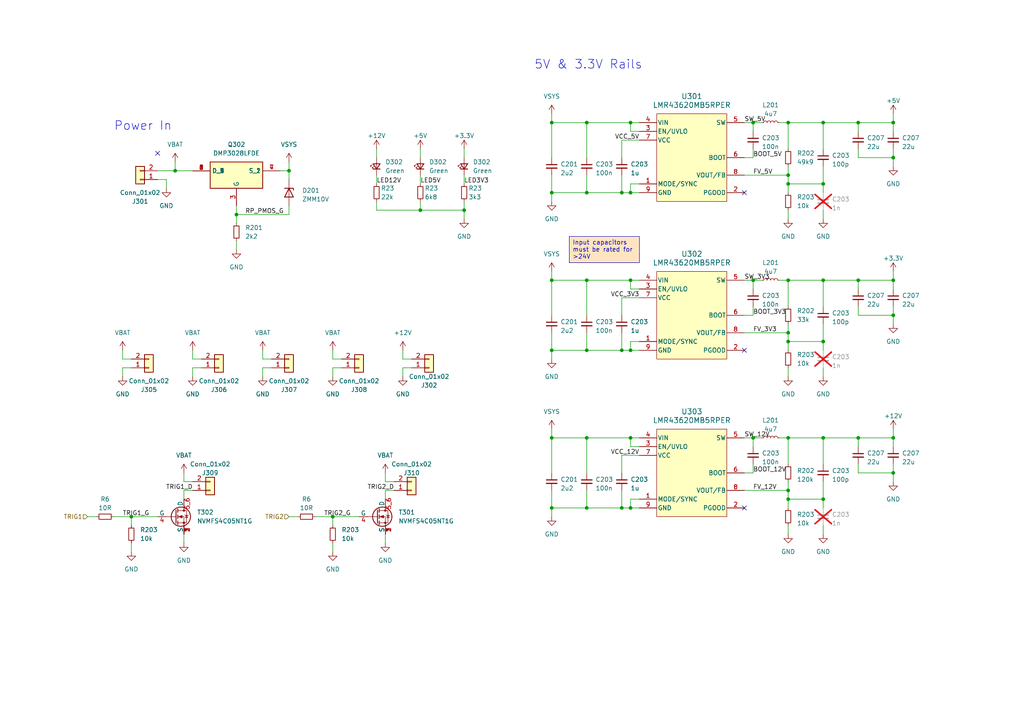
<source format=kicad_sch>
(kicad_sch (version 20230121) (generator eeschema)
  (paper "A4")
  (junction (at 218.44 81.28))
  (junction (at 50.8 49.53))
  (junction (at 228.6 81.28))
  (junction (at 228.6 144.78))
  (junction (at 182.88 127))
  (junction (at 160.02 81.28))
  (junction (at 228.6 35.56))
  (junction (at 259.08 81.28))
  (junction (at 238.76 35.56))
  (junction (at 160.02 101.6))
  (junction (at 182.88 101.6))
  (junction (at 218.44 127))
  (junction (at 228.6 50.8))
  (junction (at 160.02 147.32))
  (junction (at 170.18 127))
  (junction (at 248.92 81.28))
  (junction (at 134.62 60.96))
  (junction (at 180.34 55.88))
  (junction (at 259.08 45.72))
  (junction (at 259.08 91.44))
  (junction (at 170.18 101.6))
  (junction (at 228.6 99.06))
  (junction (at 182.88 35.56))
  (junction (at 83.82 49.53))
  (junction (at 160.02 127))
  (junction (at 248.92 127))
  (junction (at 160.02 55.88))
  (junction (at 218.44 35.56))
  (junction (at 238.76 81.28))
  (junction (at 259.08 127))
  (junction (at 228.6 53.34))
  (junction (at 238.76 99.06))
  (junction (at 170.18 81.28))
  (junction (at 68.58 62.23))
  (junction (at 121.92 60.96))
  (junction (at 182.88 147.32))
  (junction (at 228.6 127))
  (junction (at 182.88 81.28))
  (junction (at 238.76 144.78))
  (junction (at 182.88 55.88))
  (junction (at 38.1 149.86))
  (junction (at 228.6 96.52))
  (junction (at 248.92 35.56))
  (junction (at 170.18 147.32))
  (junction (at 238.76 53.34))
  (junction (at 170.18 55.88))
  (junction (at 259.08 35.56))
  (junction (at 180.34 147.32))
  (junction (at 96.52 149.86))
  (junction (at 259.08 137.16))
  (junction (at 170.18 35.56))
  (junction (at 238.76 127))
  (junction (at 160.02 35.56))
  (junction (at 228.6 142.24))
  (junction (at 180.34 101.6))
  (no_connect (at 45.72 44.45))
  (no_connect (at 215.9 101.6))
  (no_connect (at 215.9 147.32))
  (no_connect (at 215.9 55.88))
  (wire (pts (xy 248.92 91.44) (xy 259.08 91.44)))
  (wire (pts (xy 83.82 62.23) (xy 68.58 62.23)))
  (wire (pts (xy 160.02 33.02) (xy 160.02 35.56)))
  (wire (pts (xy 25.4 149.86) (xy 27.94 149.86)))
  (wire (pts (xy 121.92 43.18) (xy 121.92 45.72)))
  (wire (pts (xy 109.22 43.18) (xy 109.22 45.72)))
  (wire (pts (xy 83.82 149.86) (xy 86.36 149.86)))
  (wire (pts (xy 228.6 106.68) (xy 228.6 109.22)))
  (wire (pts (xy 218.44 81.28) (xy 220.98 81.28)))
  (wire (pts (xy 121.92 50.8) (xy 121.92 53.34)))
  (wire (pts (xy 182.88 55.88) (xy 185.42 55.88)))
  (wire (pts (xy 248.92 35.56) (xy 259.08 35.56)))
  (wire (pts (xy 182.88 144.78) (xy 185.42 144.78)))
  (wire (pts (xy 160.02 101.6) (xy 170.18 101.6)))
  (wire (pts (xy 238.76 60.96) (xy 238.76 63.5)))
  (wire (pts (xy 259.08 88.9) (xy 259.08 91.44)))
  (wire (pts (xy 180.34 96.52) (xy 180.34 101.6)))
  (wire (pts (xy 109.22 60.96) (xy 109.22 58.42)))
  (wire (pts (xy 78.74 106.68) (xy 76.2 106.68)))
  (wire (pts (xy 182.88 147.32) (xy 185.42 147.32)))
  (wire (pts (xy 134.62 43.18) (xy 134.62 45.72)))
  (wire (pts (xy 259.08 38.1) (xy 259.08 35.56)))
  (wire (pts (xy 215.9 50.8) (xy 228.6 50.8)))
  (wire (pts (xy 78.74 104.14) (xy 76.2 104.14)))
  (wire (pts (xy 218.44 35.56) (xy 220.98 35.56)))
  (wire (pts (xy 259.08 124.46) (xy 259.08 127)))
  (wire (pts (xy 215.9 142.24) (xy 228.6 142.24)))
  (wire (pts (xy 228.6 127) (xy 228.6 134.62)))
  (wire (pts (xy 218.44 88.9) (xy 218.44 91.44)))
  (wire (pts (xy 248.92 81.28) (xy 259.08 81.28)))
  (wire (pts (xy 218.44 38.1) (xy 218.44 35.56)))
  (wire (pts (xy 35.56 104.14) (xy 35.56 101.6)))
  (wire (pts (xy 182.88 81.28) (xy 182.88 83.82)))
  (wire (pts (xy 119.38 104.14) (xy 116.84 104.14)))
  (wire (pts (xy 160.02 127) (xy 170.18 127)))
  (wire (pts (xy 55.88 139.7) (xy 53.34 139.7)))
  (wire (pts (xy 180.34 86.36) (xy 185.42 86.36)))
  (wire (pts (xy 121.92 60.96) (xy 134.62 60.96)))
  (wire (pts (xy 238.76 81.28) (xy 248.92 81.28)))
  (wire (pts (xy 160.02 78.74) (xy 160.02 81.28)))
  (wire (pts (xy 170.18 50.8) (xy 170.18 55.88)))
  (wire (pts (xy 248.92 83.82) (xy 248.92 81.28)))
  (wire (pts (xy 50.8 49.53) (xy 55.88 49.53)))
  (wire (pts (xy 91.44 149.86) (xy 96.52 149.86)))
  (wire (pts (xy 182.88 35.56) (xy 182.88 38.1)))
  (wire (pts (xy 180.34 45.72) (xy 180.34 40.64)))
  (wire (pts (xy 180.34 40.64) (xy 185.42 40.64)))
  (wire (pts (xy 228.6 139.7) (xy 228.6 142.24)))
  (wire (pts (xy 238.76 144.78) (xy 238.76 147.32)))
  (wire (pts (xy 160.02 45.72) (xy 160.02 35.56)))
  (wire (pts (xy 35.56 109.22) (xy 35.56 106.68)))
  (wire (pts (xy 182.88 35.56) (xy 185.42 35.56)))
  (wire (pts (xy 228.6 35.56) (xy 238.76 35.56)))
  (wire (pts (xy 218.44 45.72) (xy 215.9 45.72)))
  (wire (pts (xy 170.18 35.56) (xy 182.88 35.56)))
  (wire (pts (xy 226.06 35.56) (xy 228.6 35.56)))
  (wire (pts (xy 218.44 83.82) (xy 218.44 81.28)))
  (wire (pts (xy 170.18 137.16) (xy 170.18 127)))
  (wire (pts (xy 58.42 106.68) (xy 55.88 106.68)))
  (wire (pts (xy 248.92 88.9) (xy 248.92 91.44)))
  (wire (pts (xy 259.08 78.74) (xy 259.08 81.28)))
  (wire (pts (xy 160.02 50.8) (xy 160.02 55.88)))
  (wire (pts (xy 121.92 60.96) (xy 109.22 60.96)))
  (wire (pts (xy 182.88 144.78) (xy 182.88 147.32)))
  (wire (pts (xy 38.1 104.14) (xy 35.56 104.14)))
  (wire (pts (xy 185.42 129.54) (xy 182.88 129.54)))
  (wire (pts (xy 228.6 96.52) (xy 228.6 99.06)))
  (wire (pts (xy 218.44 127) (xy 220.98 127)))
  (wire (pts (xy 259.08 134.62) (xy 259.08 137.16)))
  (wire (pts (xy 38.1 106.68) (xy 35.56 106.68)))
  (wire (pts (xy 160.02 35.56) (xy 170.18 35.56)))
  (wire (pts (xy 96.52 109.22) (xy 96.52 106.68)))
  (wire (pts (xy 228.6 93.98) (xy 228.6 96.52)))
  (wire (pts (xy 180.34 147.32) (xy 182.88 147.32)))
  (wire (pts (xy 160.02 55.88) (xy 170.18 55.88)))
  (wire (pts (xy 248.92 134.62) (xy 248.92 137.16)))
  (wire (pts (xy 182.88 127) (xy 185.42 127)))
  (wire (pts (xy 119.38 106.68) (xy 116.84 106.68)))
  (wire (pts (xy 218.44 91.44) (xy 215.9 91.44)))
  (wire (pts (xy 83.82 52.07) (xy 83.82 49.53)))
  (wire (pts (xy 114.3 139.7) (xy 111.76 139.7)))
  (wire (pts (xy 259.08 43.18) (xy 259.08 45.72)))
  (wire (pts (xy 180.34 101.6) (xy 182.88 101.6)))
  (wire (pts (xy 248.92 43.18) (xy 248.92 45.72)))
  (wire (pts (xy 228.6 81.28) (xy 238.76 81.28)))
  (wire (pts (xy 238.76 53.34) (xy 238.76 55.88)))
  (wire (pts (xy 228.6 50.8) (xy 228.6 53.34)))
  (wire (pts (xy 76.2 104.14) (xy 76.2 101.6)))
  (wire (pts (xy 238.76 99.06) (xy 238.76 101.6)))
  (wire (pts (xy 215.9 81.28) (xy 218.44 81.28)))
  (wire (pts (xy 99.06 104.14) (xy 96.52 104.14)))
  (wire (pts (xy 83.82 59.69) (xy 83.82 62.23)))
  (wire (pts (xy 182.88 127) (xy 182.88 129.54)))
  (wire (pts (xy 170.18 142.24) (xy 170.18 147.32)))
  (wire (pts (xy 228.6 144.78) (xy 228.6 142.24)))
  (wire (pts (xy 215.9 35.56) (xy 218.44 35.56)))
  (wire (pts (xy 48.26 54.61) (xy 48.26 52.07)))
  (wire (pts (xy 185.42 83.82) (xy 182.88 83.82)))
  (wire (pts (xy 228.6 99.06) (xy 228.6 101.6)))
  (wire (pts (xy 180.34 50.8) (xy 180.34 55.88)))
  (wire (pts (xy 50.8 46.99) (xy 50.8 49.53)))
  (wire (pts (xy 228.6 127) (xy 238.76 127)))
  (wire (pts (xy 228.6 81.28) (xy 228.6 88.9)))
  (wire (pts (xy 55.88 104.14) (xy 55.88 101.6)))
  (wire (pts (xy 160.02 101.6) (xy 160.02 104.14)))
  (wire (pts (xy 111.76 142.24) (xy 114.3 142.24)))
  (wire (pts (xy 238.76 139.7) (xy 238.76 144.78)))
  (wire (pts (xy 182.88 99.06) (xy 182.88 101.6)))
  (wire (pts (xy 228.6 144.78) (xy 238.76 144.78)))
  (wire (pts (xy 218.44 43.18) (xy 218.44 45.72)))
  (wire (pts (xy 68.58 69.85) (xy 68.58 72.39)))
  (wire (pts (xy 248.92 129.54) (xy 248.92 127)))
  (wire (pts (xy 53.34 142.24) (xy 55.88 142.24)))
  (wire (pts (xy 116.84 104.14) (xy 116.84 101.6)))
  (wire (pts (xy 228.6 60.96) (xy 228.6 63.5)))
  (wire (pts (xy 182.88 53.34) (xy 182.88 55.88)))
  (wire (pts (xy 180.34 142.24) (xy 180.34 147.32)))
  (wire (pts (xy 218.44 137.16) (xy 215.9 137.16)))
  (wire (pts (xy 259.08 91.44) (xy 259.08 93.98)))
  (wire (pts (xy 96.52 104.14) (xy 96.52 101.6)))
  (wire (pts (xy 180.34 137.16) (xy 180.34 132.08)))
  (wire (pts (xy 248.92 38.1) (xy 248.92 35.56)))
  (wire (pts (xy 134.62 58.42) (xy 134.62 60.96)))
  (wire (pts (xy 182.88 53.34) (xy 185.42 53.34)))
  (wire (pts (xy 160.02 142.24) (xy 160.02 147.32)))
  (wire (pts (xy 226.06 127) (xy 228.6 127)))
  (wire (pts (xy 116.84 109.22) (xy 116.84 106.68)))
  (wire (pts (xy 160.02 137.16) (xy 160.02 127)))
  (wire (pts (xy 160.02 91.44) (xy 160.02 81.28)))
  (wire (pts (xy 45.72 52.07) (xy 48.26 52.07)))
  (wire (pts (xy 228.6 152.4) (xy 228.6 154.94)))
  (wire (pts (xy 228.6 53.34) (xy 238.76 53.34)))
  (wire (pts (xy 238.76 106.68) (xy 238.76 109.22)))
  (wire (pts (xy 134.62 50.8) (xy 134.62 53.34)))
  (wire (pts (xy 218.44 129.54) (xy 218.44 127)))
  (wire (pts (xy 68.58 62.23) (xy 68.58 64.77)))
  (wire (pts (xy 38.1 160.02) (xy 38.1 157.48)))
  (wire (pts (xy 248.92 127) (xy 259.08 127)))
  (wire (pts (xy 170.18 127) (xy 182.88 127)))
  (wire (pts (xy 170.18 81.28) (xy 182.88 81.28)))
  (wire (pts (xy 170.18 45.72) (xy 170.18 35.56)))
  (wire (pts (xy 259.08 33.02) (xy 259.08 35.56)))
  (wire (pts (xy 83.82 49.53) (xy 81.28 49.53)))
  (wire (pts (xy 238.76 127) (xy 238.76 134.62)))
  (wire (pts (xy 96.52 160.02) (xy 96.52 157.48)))
  (wire (pts (xy 180.34 91.44) (xy 180.34 86.36)))
  (wire (pts (xy 218.44 134.62) (xy 218.44 137.16)))
  (wire (pts (xy 238.76 81.28) (xy 238.76 88.9)))
  (wire (pts (xy 259.08 83.82) (xy 259.08 81.28)))
  (wire (pts (xy 160.02 96.52) (xy 160.02 101.6)))
  (wire (pts (xy 182.88 99.06) (xy 185.42 99.06)))
  (wire (pts (xy 160.02 55.88) (xy 160.02 58.42)))
  (wire (pts (xy 248.92 137.16) (xy 259.08 137.16)))
  (wire (pts (xy 38.1 149.86) (xy 45.72 149.86)))
  (wire (pts (xy 259.08 45.72) (xy 259.08 48.26)))
  (wire (pts (xy 76.2 109.22) (xy 76.2 106.68)))
  (wire (pts (xy 228.6 99.06) (xy 238.76 99.06)))
  (wire (pts (xy 121.92 58.42) (xy 121.92 60.96)))
  (wire (pts (xy 259.08 137.16) (xy 259.08 139.7)))
  (wire (pts (xy 170.18 101.6) (xy 180.34 101.6)))
  (wire (pts (xy 53.34 154.94) (xy 53.34 157.48)))
  (wire (pts (xy 259.08 129.54) (xy 259.08 127)))
  (wire (pts (xy 170.18 91.44) (xy 170.18 81.28)))
  (wire (pts (xy 228.6 35.56) (xy 228.6 43.18)))
  (wire (pts (xy 180.34 55.88) (xy 182.88 55.88)))
  (wire (pts (xy 238.76 35.56) (xy 238.76 43.18)))
  (wire (pts (xy 38.1 149.86) (xy 38.1 152.4)))
  (wire (pts (xy 160.02 124.46) (xy 160.02 127)))
  (wire (pts (xy 238.76 93.98) (xy 238.76 99.06)))
  (wire (pts (xy 109.22 50.8) (xy 109.22 53.34)))
  (wire (pts (xy 248.92 45.72) (xy 259.08 45.72)))
  (wire (pts (xy 96.52 149.86) (xy 96.52 152.4)))
  (wire (pts (xy 45.72 49.53) (xy 50.8 49.53)))
  (wire (pts (xy 99.06 106.68) (xy 96.52 106.68)))
  (wire (pts (xy 215.9 96.52) (xy 228.6 96.52)))
  (wire (pts (xy 111.76 154.94) (xy 111.76 157.48)))
  (wire (pts (xy 180.34 132.08) (xy 185.42 132.08)))
  (wire (pts (xy 58.42 104.14) (xy 55.88 104.14)))
  (wire (pts (xy 182.88 81.28) (xy 185.42 81.28)))
  (wire (pts (xy 228.6 53.34) (xy 228.6 55.88)))
  (wire (pts (xy 111.76 144.78) (xy 111.76 142.24)))
  (wire (pts (xy 238.76 152.4) (xy 238.76 154.94)))
  (wire (pts (xy 33.02 149.86) (xy 38.1 149.86)))
  (wire (pts (xy 68.58 59.69) (xy 68.58 62.23)))
  (wire (pts (xy 228.6 48.26) (xy 228.6 50.8)))
  (wire (pts (xy 228.6 144.78) (xy 228.6 147.32)))
  (wire (pts (xy 185.42 38.1) (xy 182.88 38.1)))
  (wire (pts (xy 238.76 48.26) (xy 238.76 53.34)))
  (wire (pts (xy 238.76 127) (xy 248.92 127)))
  (wire (pts (xy 83.82 46.99) (xy 83.82 49.53)))
  (wire (pts (xy 134.62 60.96) (xy 134.62 63.5)))
  (wire (pts (xy 53.34 144.78) (xy 53.34 142.24)))
  (wire (pts (xy 170.18 96.52) (xy 170.18 101.6)))
  (wire (pts (xy 226.06 81.28) (xy 228.6 81.28)))
  (wire (pts (xy 160.02 147.32) (xy 160.02 149.86)))
  (wire (pts (xy 182.88 101.6) (xy 185.42 101.6)))
  (wire (pts (xy 160.02 147.32) (xy 170.18 147.32)))
  (wire (pts (xy 238.76 35.56) (xy 248.92 35.56)))
  (wire (pts (xy 170.18 147.32) (xy 180.34 147.32)))
  (wire (pts (xy 96.52 149.86) (xy 104.14 149.86)))
  (wire (pts (xy 170.18 55.88) (xy 180.34 55.88)))
  (wire (pts (xy 55.88 109.22) (xy 55.88 106.68)))
  (wire (pts (xy 160.02 81.28) (xy 170.18 81.28)))
  (wire (pts (xy 111.76 139.7) (xy 111.76 137.16)))
  (wire (pts (xy 53.34 139.7) (xy 53.34 137.16)))
  (wire (pts (xy 215.9 127) (xy 218.44 127)))
  (text_box "Input capacitors must be rated for >24V" (at 165.1 68.58 0) (size 20.32 7.62) (fill (type color) (color 255 229 191 1)) (effects (font (size 1.27 1.27)) (justify left top)))
  (text "Power In" (at 33.02 38.1 0) (effects (font (size 2.54 2.54)) (justify left bottom)))
  (text "5V & 3.3V Rails" (at 154.94 20.32 0) (effects (font (size 2.54 2.54)) (justify left bottom)))
  (label "FV_12V" (at 218.44 142.24 0))
  (label "TRIG2_G" (at 93.98 149.86 0))
  (label "BOOT_5V" (at 218.44 45.72 0))
  (label "VCC_3V3" (at 185.42 86.36 180))
  (label "VCC_5V" (at 185.42 40.64 180))
  (label "BOOT_12V" (at 218.44 137.16 0))
  (label "TRIG1_G" (at 35.56 149.86 0))
  (label "VCC_12V" (at 185.42 132.08 180))
  (label "TRIG1_D" (at 55.88 142.24 180))
  (label "TRIG2_D" (at 114.3 142.24 180))
  (label "SW_12V" (at 215.9 127 0))
  (label "SW_3V3" (at 215.9 81.28 0))
  (label "LED3V3" (at 134.62 53.34 0))
  (label "FV_5V" (at 218.44 50.8 0))
  (label "LED5V" (at 121.92 53.34 0))
  (label "LED12V" (at 109.22 53.34 0))
  (label "RP_PMOS_G" (at 71.12 62.23 0))
  (label "FV_3V3" (at 218.44 96.52 0))
  (label "SW_5V" (at 215.9 35.56 0))
  (label "BOOT_3V3" (at 218.44 91.44 0))
  (hierarchical_label "TRIG2" (shape input) (at 83.82 149.86 180))
  (hierarchical_label "TRIG1" (shape input) (at 25.4 149.86 180))
  (symbol (lib_id "Connector_Generic:Conn_01x02") (at 83.82 106.68 0) (mirror x) (unit 1)
    (property "Reference" "J307" (at 83.82 113.03 0))
    (property "Value" "Conn_01x02" (at 83.82 110.49 0))
    (property "Footprint" "Connector_AMASS:AMASS_XT30U-F_1x02_P5.0mm_Vertical" (effects hide))
  )
  (symbol (lib_id "power:GND") (at 238.76 63.5 0) (unit 1)
    (property "Reference" "#PWR0207" (effects hide))
    (property "Value" "GND" (at 238.76 68.58 0))
    (instances (project "Motor Driver Board" (path "" (reference "#PWR0207") (unit 1))) (project "main_PCB_v1" (path "" (reference "#PWR0316") (unit 1))) (project "101 PCB" (path "" (reference "#PWR0168") (unit 1))))
  )
  (symbol (lib_id "power:GND") (at 259.08 139.7 0) (unit 1)
    (property "Reference" "#PWR0207" (effects hide))
    (property "Value" "GND" (at 259.08 144.78 0))
    (instances (project "Motor Driver Board" (path "" (reference "#PWR0207") (unit 1))) (project "main_PCB_v1" (path "" (reference "#PWR0308") (unit 1))) (project "101 PCB" (path "" (reference "#PWR0168") (unit 1))))
  )
  (symbol (lib_id "SSL_Symbols:VBAT") (at 35.56 101.6 0) (unit 1)
    (property "Reference" "#PWR0314" (effects hide))
    (property "Value" "VBAT" (at 35.56 96.52 0))
  )
  (symbol (lib_id "Device:R_Small") (at 228.6 137.16 0) (unit 1)
    (property "Reference" "R202" (at 231.14 136.525 0) (effects (justify left)))
    (property "Value" "120k" (at 231.14 139.065 0) (effects (justify left)))
    (property "Footprint" "Resistor_SMD:R_0402_1005Metric" (effects hide))
    (instances (project "Motor Driver Board" (path "" (reference "R202") (unit 1))) (project "main_PCB_v1" (path "" (reference "R301") (unit 1))) (project "Power Board" (path "" (reference "R215") (unit 1))) (project "101 PCB" (path "" (reference "R101") (unit 1))))
  )
  (symbol (lib_id "Connector_Generic:Conn_01x02") (at 124.46 106.68 0) (mirror x) (unit 1)
    (property "Reference" "J302" (at 124.46 111.76 0))
    (property "Value" "Conn_01x02" (at 124.46 109.22 0))
    (property "Footprint" "Connector_AMASS:AMASS_XT30U-F_1x02_P5.0mm_Vertical" (effects hide))
  )
  (symbol (lib_id "power:GND") (at 96.52 160.02 0) (mirror y) (unit 1)
    (property "Reference" "#PWR072" (effects hide))
    (property "Value" "GND" (at 96.52 165.1 0))
    (instances (project "DE10-lite_shield" (path "" (reference "#PWR072") (unit 1)) (path "" (reference "#PWR072") (unit 1))) (project "Motor Driver Board" (path "" (reference "#PWR0209") (unit 1))) (project "main_PCB_v1" (path "" (reference "#PWR0108") (unit 1)) (path "" (reference "#PWR0346") (unit 1))) (project "Power Board" (path "" (reference "#PWR037") (unit 1))))
  )
  (symbol (lib_id "power:+3.3V") (at 134.62 43.18 0) (unit 1)
    (property "Reference" "#PWR0221" (effects hide))
    (property "Value" "+3.3V" (at 134.62 39.37 0))
    (instances (project "Motor Driver Board" (path "" (reference "#PWR0221") (unit 1))) (project "main_PCB_v1" (path "" (reference "#PWR0319") (unit 1))) (project "Power Board" (path "" (reference "#PWR0251") (unit 1))) (project "101 PCB" (path "" (reference "#PWR0114") (unit 1))))
  )
  (symbol (lib_id "Device:C_Small") (at 170.18 48.26 0) (unit 1)
    (property "Reference" "C203" (at 172.72 47.6313 0) (effects (justify left)))
    (property "Value" "100n" (at 172.72 50.1713 0) (effects (justify left)))
    (property "Footprint" "Capacitor_SMD:C_0402_1005Metric" (effects hide))
    (instances (project "Motor Driver Board" (path "" (reference "C203") (unit 1))) (project "main_PCB_v1" (path "" (reference "C321") (unit 1))) (project "Power Board" (path "" (reference "C208") (unit 1))) (project "101 PCB" (path "" (reference "C102") (unit 1))))
  )
  (symbol (lib_id "Connector_Generic:Conn_01x02") (at 60.96 142.24 0) (mirror x) (unit 1)
    (property "Reference" "J309" (at 60.96 137.16 0))
    (property "Value" "Conn_01x02" (at 60.96 134.62 0))
    (property "Footprint" "Connector_AMASS:AMASS_XT30U-F_1x02_P5.0mm_Vertical" (effects hide))
  )
  (symbol (lib_id "power:GND") (at 238.76 154.94 0) (unit 1)
    (property "Reference" "#PWR0207" (effects hide))
    (property "Value" "GND" (at 238.76 160.02 0))
    (instances (project "Motor Driver Board" (path "" (reference "#PWR0207") (unit 1))) (project "main_PCB_v1" (path "" (reference "#PWR0310") (unit 1))) (project "101 PCB" (path "" (reference "#PWR0168") (unit 1))))
  )
  (symbol (lib_id "power:GND") (at 55.88 109.22 0) (mirror y) (unit 1)
    (property "Reference" "#PWR072" (effects hide))
    (property "Value" "GND" (at 55.88 114.3 0))
    (instances (project "DE10-lite_shield" (path "" (reference "#PWR072") (unit 1)) (path "" (reference "#PWR072") (unit 1))) (project "Motor Driver Board" (path "" (reference "#PWR0204") (unit 1))) (project "main_PCB_v1" (path "" (reference "#PWR0106") (unit 1)) (path "" (reference "#PWR0327") (unit 1))) (project "Power Board" (path "" (reference "#PWR037") (unit 1))))
  )
  (symbol (lib_id "power:+12V") (at 116.84 101.6 0) (unit 1)
    (property "Reference" "#PWR0309" (effects hide))
    (property "Value" "+12V" (at 116.84 96.52 0))
  )
  (symbol (lib_id "power:GND") (at 160.02 149.86 0) (unit 1)
    (property "Reference" "#PWR0207" (effects hide))
    (property "Value" "GND" (at 160.02 154.94 0))
    (instances (project "Motor Driver Board" (path "" (reference "#PWR0207") (unit 1))) (project "main_PCB_v1" (path "" (reference "#PWR0305") (unit 1))) (project "101 PCB" (path "" (reference "#PWR0168") (unit 1))))
  )
  (symbol (lib_id "SSL_Symbols:VBAT") (at 53.34 137.16 0) (unit 1)
    (property "Reference" "#PWR0313" (effects hide))
    (property "Value" "VBAT" (at 53.34 132.08 0))
  )
  (symbol (lib_id "Connector_Generic:Conn_01x02") (at 63.5 106.68 0) (mirror x) (unit 1)
    (property "Reference" "J306" (at 63.5 113.03 0))
    (property "Value" "Conn_01x02" (at 63.5 110.49 0))
    (property "Footprint" "Connector_AMASS:AMASS_XT30U-F_1x02_P5.0mm_Vertical" (effects hide))
  )
  (symbol (lib_id "Device:C_Small") (at 238.76 104.14 0) (unit 1) (dnp yes)
    (property "Reference" "C203" (at 241.3 103.5113 0) (effects (justify left)))
    (property "Value" "1n" (at 241.3 106.0513 0) (effects (justify left)))
    (property "Footprint" "Capacitor_SMD:C_0402_1005Metric" (effects hide))
    (instances (project "Motor Driver Board" (path "" (reference "C203") (unit 1))) (project "main_PCB_v1" (path "" (reference "C323") (unit 1))) (project "Power Board" (path "" (reference "C208") (unit 1))) (project "101 PCB" (path "" (reference "C102") (unit 1))))
  )
  (symbol (lib_id "Device:C_Small") (at 218.44 132.08 0) (unit 1)
    (property "Reference" "C203" (at 220.98 131.4513 0) (effects (justify left)))
    (property "Value" "100n" (at 220.98 133.9913 0) (effects (justify left)))
    (property "Footprint" "Capacitor_SMD:C_0402_1005Metric" (effects hide))
    (instances (project "Motor Driver Board" (path "" (reference "C203") (unit 1))) (project "main_PCB_v1" (path "" (reference "C304") (unit 1))) (project "Power Board" (path "" (reference "C208") (unit 1))) (project "101 PCB" (path "" (reference "C102") (unit 1))))
  )
  (symbol (lib_id "Device:R_Small") (at 228.6 58.42 0) (unit 1)
    (property "Reference" "R203" (at 231.14 57.15 0) (effects (justify left)))
    (property "Value" "10k" (at 231.14 59.69 0) (effects (justify left)))
    (property "Footprint" "Resistor_SMD:R_0402_1005Metric" (effects hide))
    (instances (project "Motor Driver Board" (path "" (reference "R203") (unit 1))) (project "main_PCB_v1" (path "" (reference "R309") (unit 1))) (project "Power Board" (path "" (reference "R216") (unit 1))) (project "101 PCB" (path "" (reference "R102") (unit 1))))
  )
  (symbol (lib_id "Connector_Generic:Conn_01x02") (at 104.14 106.68 0) (mirror x) (unit 1)
    (property "Reference" "J308" (at 104.14 113.03 0))
    (property "Value" "Conn_01x02" (at 104.14 110.49 0))
    (property "Footprint" "Connector_AMASS:AMASS_XT30U-F_1x02_P5.0mm_Vertical" (effects hide))
  )
  (symbol (lib_id "Device:C_Small") (at 259.08 86.36 0) (unit 1)
    (property "Reference" "C207" (at 261.62 85.7313 0) (effects (justify left)))
    (property "Value" "22u" (at 261.62 88.2713 0) (effects (justify left)))
    (property "Footprint" "Capacitor_SMD:C_0603_1608Metric" (effects hide))
    (instances (project "Motor Driver Board" (path "" (reference "C207") (unit 1))) (project "main_PCB_v1" (path "" (reference "C320") (unit 1))) (project "Power Board" (path "" (reference "C215") (unit 1))) (project "101 PCB" (path "" (reference "C103") (unit 1))))
  )
  (symbol (lib_id "Device:L_Small") (at 223.52 35.56 90) (unit 1)
    (property "Reference" "L201" (at 223.52 30.48 90))
    (property "Value" "4u7" (at 223.52 33.02 90))
    (property "Footprint" "Inductor_SMD:L_Chilisin_BMRA00040420" (effects hide))
    (instances (project "Motor Driver Board" (path "" (reference "L201") (unit 1))) (project "main_PCB_v1" (path "" (reference "L305") (unit 1))) (project "Power Board" (path "" (reference "L201") (unit 1))) (project "101 PCB" (path "" (reference "L101") (unit 1))))
  )
  (symbol (lib_id "power:+5V") (at 121.92 43.18 0) (unit 1)
    (property "Reference" "#PWR0219" (effects hide))
    (property "Value" "+5V" (at 121.92 39.37 0))
    (instances (project "Motor Driver Board" (path "" (reference "#PWR0219") (unit 1))) (project "main_PCB_v1" (path "" (reference "#PWR0318") (unit 1))) (project "Power Board" (path "" (reference "#PWR0248") (unit 1))) (project "101 PCB" (path "" (reference "#PWR0118") (unit 1))))
  )
  (symbol (lib_id "Connector_Generic:Conn_01x02") (at 40.64 52.07 180) (unit 1)
    (property "Reference" "J301" (at 40.64 58.42 0))
    (property "Value" "Conn_01x02" (at 40.64 55.88 0))
    (property "Footprint" "Connector_AMASS:AMASS_XT60-M_1x02_P7.20mm_Vertical" (effects hide))
  )
  (symbol (lib_id "power:GND") (at 160.02 104.14 0) (unit 1)
    (property "Reference" "#PWR0207" (effects hide))
    (property "Value" "GND" (at 160.02 109.22 0))
    (instances (project "Motor Driver Board" (path "" (reference "#PWR0207") (unit 1))) (project "main_PCB_v1" (path "" (reference "#PWR0338") (unit 1))) (project "101 PCB" (path "" (reference "#PWR0168") (unit 1))))
  )
  (symbol (lib_id "Device:LED_Small") (at 134.62 48.26 90) (unit 1)
    (property "Reference" "D302" (at 137.16 46.99 90) (effects (justify right)))
    (property "Value" "Green" (at 137.16 49.53 90) (effects (justify right)))
    (property "Footprint" "LED_SMD:LED_0603_1608Metric" (effects hide))
    (instances (project "Motor Driver Board" (path "" (reference "D302") (unit 1))) (project "main_PCB_v1" (path "" (reference "D203") (unit 1)) (path "" (reference "D402") (unit 1)) (path "" (reference "D304") (unit 1))))
  )
  (symbol (lib_id "Device:C_Small") (at 180.34 139.7 0) (unit 1)
    (property "Reference" "C203" (at 182.88 139.0713 0) (effects (justify left)))
    (property "Value" "1u" (at 182.88 141.6113 0) (effects (justify left)))
    (property "Footprint" "Capacitor_SMD:C_0402_1005Metric" (effects hide))
    (instances (project "Motor Driver Board" (path "" (reference "C203") (unit 1))) (project "main_PCB_v1" (path "" (reference "C303") (unit 1))) (project "Power Board" (path "" (reference "C208") (unit 1))) (project "101 PCB" (path "" (reference "C102") (unit 1))))
  )
  (symbol (lib_id "power:GND") (at 76.2 109.22 0) (mirror y) (unit 1)
    (property "Reference" "#PWR072" (effects hide))
    (property "Value" "GND" (at 76.2 114.3 0))
    (instances (project "DE10-lite_shield" (path "" (reference "#PWR072") (unit 1)) (path "" (reference "#PWR072") (unit 1))) (project "Motor Driver Board" (path "" (reference "#PWR0209") (unit 1))) (project "main_PCB_v1" (path "" (reference "#PWR0108") (unit 1)) (path "" (reference "#PWR0329") (unit 1))) (project "Power Board" (path "" (reference "#PWR037") (unit 1))))
  )
  (symbol (lib_id "SSL_Symbols:VSYS") (at 83.82 46.99 0) (unit 1)
    (property "Reference" "#PWR0208" (effects hide))
    (property "Value" "VSYS" (at 83.82 41.91 0))
    (instances (project "main_PCB_v1" (path "" (reference "#PWR0208") (unit 1)) (path "" (reference "#PWR0303") (unit 1))))
  )
  (symbol (lib_id "Device:C_Small") (at 248.92 132.08 0) (unit 1)
    (property "Reference" "C207" (at 251.46 131.4513 0) (effects (justify left)))
    (property "Value" "22u" (at 251.46 133.9913 0) (effects (justify left)))
    (property "Footprint" "Capacitor_SMD:C_0603_1608Metric" (effects hide))
    (instances (project "Motor Driver Board" (path "" (reference "C207") (unit 1))) (project "main_PCB_v1" (path "" (reference "C305") (unit 1))) (project "Power Board" (path "" (reference "C215") (unit 1))) (project "101 PCB" (path "" (reference "C103") (unit 1))))
  )
  (symbol (lib_id "power:GND") (at 96.52 109.22 0) (mirror y) (unit 1)
    (property "Reference" "#PWR072" (effects hide))
    (property "Value" "GND" (at 96.52 114.3 0))
    (instances (project "DE10-lite_shield" (path "" (reference "#PWR072") (unit 1)) (path "" (reference "#PWR072") (unit 1))) (project "Motor Driver Board" (path "" (reference "#PWR0209") (unit 1))) (project "main_PCB_v1" (path "" (reference "#PWR0108") (unit 1)) (path "" (reference "#PWR0331") (unit 1))) (project "Power Board" (path "" (reference "#PWR037") (unit 1))))
  )
  (symbol (lib_name "NVMFS4C05NT1G_1") (lib_id "SSL_Symbols:NVMFS4C05NT1G") (at 53.34 149.86 0) (unit 1)
    (property "Reference" "T302" (at 57.15 148.59 0) (effects (justify left)))
    (property "Value" "NVMFS4C05NT1G" (at 57.15 151.13 0) (effects (justify left)))
    (property "Footprint" "SSL Footprints:TRANS_NVMFS5834NLWFT1G" (effects hide))
  )
  (symbol (lib_id "Device:R_Small") (at 68.58 67.31 0) (unit 1)
    (property "Reference" "R201" (at 71.12 66.04 0) (effects (justify left)))
    (property "Value" "2k2" (at 71.12 68.58 0) (effects (justify left)))
    (property "Footprint" "Resistor_SMD:R_0402_1005Metric" (effects hide))
    (instances (project "Motor Driver Board" (path "" (reference "R201") (unit 1))) (project "main_PCB_v1" (path "" (reference "R307") (unit 1))) (project "101 PCB" (path "" (reference "R108") (unit 1))))
  )
  (symbol (lib_id "Device:C_Small") (at 218.44 40.64 0) (unit 1)
    (property "Reference" "C203" (at 220.98 40.0113 0) (effects (justify left)))
    (property "Value" "100n" (at 220.98 42.5513 0) (effects (justify left)))
    (property "Footprint" "Capacitor_SMD:C_0402_1005Metric" (effects hide))
    (instances (project "Motor Driver Board" (path "" (reference "C203") (unit 1))) (project "main_PCB_v1" (path "" (reference "C312") (unit 1))) (project "Power Board" (path "" (reference "C208") (unit 1))) (project "101 PCB" (path "" (reference "C102") (unit 1))))
  )
  (symbol (lib_id "power:GND") (at 48.26 54.61 0) (unit 1)
    (property "Reference" "#PWR0205" (effects hide))
    (property "Value" "GND" (at 48.26 59.69 0))
    (instances (project "Motor Driver Board" (path "" (reference "#PWR0205") (unit 1))) (project "main_PCB_v1" (path "" (reference "#PWR0323") (unit 1))))
  )
  (symbol (lib_id "DMP3028LFDE-7:DMP3028LFDE") (at 68.58 50.8 0) (unit 1)
    (property "Reference" "Q302" (at 68.58 41.91 0))
    (property "Value" "DMP3028LFDE" (at 68.58 44.45 0))
    (property "Footprint" "SSL Footprints:DMP2066UFDE7" (effects hide))
    (property "Datasheet" "https://www.diodes.com/assets/Datasheets/DMP3028LFDE.pdf" (effects hide))
    (property "Manufacturer_Name" "Diodes Inc." (effects hide))
    (property "Manufacturer_Part_Number" "DMP3028LFDE-7" (effects hide))
    (property "Mouser Part Number" "621-DMP3028LFDE-7" (effects hide))
    (property "Mouser Price/Stock" "https://www.mouser.co.uk/ProductDetail/Diodes-Incorporated/DMP3028LFDE-7?qs=wo71MgyKIyE%2FG8iDJwxqKA%3D%3D" (effects hide))
    (property "Arrow Part Number" "DMP3028LFDE-7" (effects hide))
    (property "Arrow Price/Stock" "https://www.arrow.com/en/products/dmp3028lfde-7/diodes-incorporated?region=nac" (effects hide))
  )
  (symbol (lib_id "Device:R_Small") (at 228.6 149.86 0) (unit 1)
    (property "Reference" "R203" (at 231.14 149.225 0) (effects (justify left)))
    (property "Value" "10k" (at 231.14 151.765 0) (effects (justify left)))
    (property "Footprint" "Resistor_SMD:R_0402_1005Metric" (effects hide))
    (instances (project "Motor Driver Board" (path "" (reference "R203") (unit 1))) (project "main_PCB_v1" (path "" (reference "R302") (unit 1))) (project "Power Board" (path "" (reference "R216") (unit 1))) (project "101 PCB" (path "" (reference "R102") (unit 1))))
  )
  (symbol (lib_id "Device:R_Small") (at 88.9 149.86 270) (mirror x) (unit 1)
    (property "Reference" "R6" (at 88.9 144.78 90))
    (property "Value" "10R" (at 88.9 147.32 90))
    (property "Footprint" "Resistor_SMD:R_0402_1005Metric" (effects hide))
    (instances (project "DE10-lite_shield" (path "" (reference "R6") (unit 1)) (path "" (reference "R6") (unit 1)) (path "" (reference "R14") (unit 1)) (path "" (reference "R32") (unit 1))) (project "Motor Driver Board" (path "" (reference "R309") (unit 1))) (project "main_PCB_v1" (path "" (reference "R201") (unit 1)) (path "" (reference "R414") (unit 1)) (path "" (reference "R313") (unit 1))) (project "Power Board" (path "" (reference "R24") (unit 1))))
  )
  (symbol (lib_id "Diode:ZMMxx") (at 83.82 55.88 270) (unit 1)
    (property "Reference" "D201" (at 87.63 55.245 90) (effects (justify left)))
    (property "Value" "ZMM10V" (at 87.63 57.785 90) (effects (justify left)))
    (property "Footprint" "Diode_SMD:D_MiniMELF" (effects hide))
    (property "Datasheet" "https://diotec.com/tl_files/diotec/files/pdf/datasheets/zmm1.pdf" (effects hide))
    (instances (project "Motor Driver Board" (path "" (reference "D201") (unit 1))) (project "main_PCB_v1" (path "" (reference "D303") (unit 1))) (project "101 PCB" (path "" (reference "D104") (unit 1))))
  )
  (symbol (lib_id "power:+5V") (at 259.08 33.02 0) (unit 1)
    (property "Reference" "#PWR0219" (effects hide))
    (property "Value" "+5V" (at 259.08 29.21 0))
    (instances (project "Motor Driver Board" (path "" (reference "#PWR0219") (unit 1))) (project "main_PCB_v1" (path "" (reference "#PWR0335") (unit 1))) (project "Power Board" (path "" (reference "#PWR0248") (unit 1))) (project "101 PCB" (path "" (reference "#PWR0118") (unit 1))))
  )
  (symbol (lib_id "SSL_Symbols:VSYS") (at 160.02 78.74 0) (unit 1)
    (property "Reference" "#PWR0208" (effects hide))
    (property "Value" "VSYS" (at 160.02 73.66 0))
    (instances (project "main_PCB_v1" (path "" (reference "#PWR0208") (unit 1)) (path "" (reference "#PWR0301") (unit 1))))
  )
  (symbol (lib_id "LMR43620MB5RPER:LMR43620MB5RPER") (at 200.66 45.72 0) (unit 1)
    (property "Reference" "U301" (at 200.66 27.94 0) (effects (font (size 1.524 1.524))))
    (property "Value" "LMR43620MB5RPER" (at 200.66 30.48 0) (effects (font (size 1.524 1.524))))
    (property "Footprint" "SSL Footprints:LMR43620MB5RPER_TEX" (effects hide))
    (property "Datasheet" "https://www.ti.com/lit/ds/symlink/lmr43610.pdf?ts=1706463320089&ref_url=https%253A%252F%252Fwww.mouser.co.uk%252F" (effects hide))
  )
  (symbol (lib_id "Device:C_Small") (at 238.76 137.16 0) (unit 1)
    (property "Reference" "C203" (at 241.3 136.5313 0) (effects (justify left)))
    (property "Value" "100p" (at 241.3 139.0713 0) (effects (justify left)))
    (property "Footprint" "Capacitor_SMD:C_0402_1005Metric" (effects hide))
    (instances (project "Motor Driver Board" (path "" (reference "C203") (unit 1))) (project "main_PCB_v1" (path "" (reference "C307") (unit 1))) (project "Power Board" (path "" (reference "C208") (unit 1))) (project "101 PCB" (path "" (reference "C102") (unit 1))))
  )
  (symbol (lib_id "Device:C_Small") (at 259.08 132.08 0) (unit 1)
    (property "Reference" "C207" (at 261.62 131.4513 0) (effects (justify left)))
    (property "Value" "22u" (at 261.62 133.9913 0) (effects (justify left)))
    (property "Footprint" "Capacitor_SMD:C_0603_1608Metric" (effects hide))
    (instances (project "Motor Driver Board" (path "" (reference "C207") (unit 1))) (project "main_PCB_v1" (path "" (reference "C306") (unit 1))) (project "Power Board" (path "" (reference "C215") (unit 1))) (project "101 PCB" (path "" (reference "C103") (unit 1))))
  )
  (symbol (lib_id "Device:C_Small") (at 238.76 91.44 0) (unit 1)
    (property "Reference" "C203" (at 241.3 90.8113 0) (effects (justify left)))
    (property "Value" "100p" (at 241.3 93.3513 0) (effects (justify left)))
    (property "Footprint" "Capacitor_SMD:C_0402_1005Metric" (effects hide))
    (instances (project "Motor Driver Board" (path "" (reference "C203") (unit 1))) (project "main_PCB_v1" (path "" (reference "C308") (unit 1))) (project "Power Board" (path "" (reference "C208") (unit 1))) (project "101 PCB" (path "" (reference "C102") (unit 1))))
  )
  (symbol (lib_id "Connector_Generic:Conn_01x02") (at 119.38 142.24 0) (mirror x) (unit 1)
    (property "Reference" "J310" (at 119.38 137.16 0))
    (property "Value" "Conn_01x02" (at 119.38 134.62 0))
    (property "Footprint" "Connector_AMASS:AMASS_XT30U-F_1x02_P5.0mm_Vertical" (effects hide))
  )
  (symbol (lib_id "Device:C_Small") (at 180.34 48.26 0) (unit 1)
    (property "Reference" "C203" (at 182.88 47.6313 0) (effects (justify left)))
    (property "Value" "1u" (at 182.88 50.1713 0) (effects (justify left)))
    (property "Footprint" "Capacitor_SMD:C_0402_1005Metric" (effects hide))
    (instances (project "Motor Driver Board" (path "" (reference "C203") (unit 1))) (project "main_PCB_v1" (path "" (reference "C311") (unit 1))) (project "Power Board" (path "" (reference "C208") (unit 1))) (project "101 PCB" (path "" (reference "C102") (unit 1))))
  )
  (symbol (lib_id "power:GND") (at 228.6 154.94 0) (unit 1)
    (property "Reference" "#PWR0207" (effects hide))
    (property "Value" "GND" (at 228.6 160.02 0))
    (instances (project "Motor Driver Board" (path "" (reference "#PWR0207") (unit 1))) (project "main_PCB_v1" (path "" (reference "#PWR0306") (unit 1))) (project "101 PCB" (path "" (reference "#PWR0168") (unit 1))))
  )
  (symbol (lib_id "power:GND") (at 116.84 109.22 0) (mirror y) (unit 1)
    (property "Reference" "#PWR072" (effects hide))
    (property "Value" "GND" (at 116.84 114.3 0))
    (instances (project "DE10-lite_shield" (path "" (reference "#PWR072") (unit 1)) (path "" (reference "#PWR072") (unit 1))) (project "Motor Driver Board" (path "" (reference "#PWR0209") (unit 1))) (project "main_PCB_v1" (path "" (reference "#PWR0108") (unit 1)) (path "" (reference "#PWR0312") (unit 1))) (project "Power Board" (path "" (reference "#PWR037") (unit 1))))
  )
  (symbol (lib_id "Device:R_Small") (at 38.1 154.94 0) (unit 1)
    (property "Reference" "R203" (at 40.64 153.67 0) (effects (justify left)))
    (property "Value" "10k" (at 40.64 156.21 0) (effects (justify left)))
    (property "Footprint" "Resistor_SMD:R_0402_1005Metric" (effects hide))
    (instances (project "Motor Driver Board" (path "" (reference "R203") (unit 1))) (project "main_PCB_v1" (path "" (reference "R315") (unit 1))) (project "Power Board" (path "" (reference "R216") (unit 1))) (project "101 PCB" (path "" (reference "R102") (unit 1))))
  )
  (symbol (lib_id "Connector_Generic:Conn_01x02") (at 43.18 106.68 0) (mirror x) (unit 1)
    (property "Reference" "J305" (at 43.18 113.03 0))
    (property "Value" "Conn_01x02" (at 43.18 110.49 0))
    (property "Footprint" "Connector_AMASS:AMASS_XT30U-F_1x02_P5.0mm_Vertical" (effects hide))
  )
  (symbol (lib_id "Device:C_Small") (at 248.92 86.36 0) (unit 1)
    (property "Reference" "C207" (at 251.46 85.7313 0) (effects (justify left)))
    (property "Value" "22u" (at 251.46 88.2713 0) (effects (justify left)))
    (property "Footprint" "Capacitor_SMD:C_0603_1608Metric" (effects hide))
    (instances (project "Motor Driver Board" (path "" (reference "C207") (unit 1))) (project "main_PCB_v1" (path "" (reference "C319") (unit 1))) (project "Power Board" (path "" (reference "C215") (unit 1))) (project "101 PCB" (path "" (reference "C103") (unit 1))))
  )
  (symbol (lib_id "Device:R_Small") (at 228.6 91.44 0) (unit 1)
    (property "Reference" "R202" (at 231.14 90.17 0) (effects (justify left)))
    (property "Value" "33k" (at 231.14 92.71 0) (effects (justify left)))
    (property "Footprint" "Resistor_SMD:R_0402_1005Metric" (effects hide))
    (instances (project "Motor Driver Board" (path "" (reference "R202") (unit 1))) (project "main_PCB_v1" (path "" (reference "R310") (unit 1))) (project "Power Board" (path "" (reference "R215") (unit 1))) (project "101 PCB" (path "" (reference "R101") (unit 1))))
  )
  (symbol (lib_id "Device:R_Small") (at 109.22 55.88 180) (unit 1)
    (property "Reference" "R23" (at 110.49 54.61 0) (effects (justify right)))
    (property "Value" "22k" (at 110.49 57.15 0) (effects (justify right)))
    (property "Footprint" "Resistor_SMD:R_0402_1005Metric" (effects hide))
    (instances (project "DE10-lite_shield" (path "" (reference "R23") (unit 1)) (path "" (reference "R12") (unit 1))) (project "Motor Driver Board" (path "" (reference "R301") (unit 1))) (project "main_PCB_v1" (path "" (reference "R211") (unit 1)) (path "" (reference "R411") (unit 1)) (path "" (reference "R303") (unit 1))) (project "Power Board" (path "" (reference "R28") (unit 1))))
  )
  (symbol (lib_id "Device:C_Small") (at 160.02 93.98 0) (unit 1)
    (property "Reference" "C201" (at 162.56 93.3513 0) (effects (justify left)))
    (property "Value" "2u2" (at 162.56 95.8913 0) (effects (justify left)))
    (property "Footprint" "Capacitor_SMD:C_0603_1608Metric" (effects hide))
    (instances (project "Motor Driver Board" (path "" (reference "C201") (unit 1))) (project "main_PCB_v1" (path "" (reference "C316") (unit 1))) (project "Power Board" (path "" (reference "C206") (unit 1))) (project "101 PCB" (path "" (reference "C105") (unit 1))))
  )
  (symbol (lib_id "power:GND") (at 35.56 109.22 0) (mirror y) (unit 1)
    (property "Reference" "#PWR072" (effects hide))
    (property "Value" "GND" (at 35.56 114.3 0))
    (instances (project "DE10-lite_shield" (path "" (reference "#PWR072") (unit 1)) (path "" (reference "#PWR072") (unit 1))) (project "Motor Driver Board" (path "" (reference "#PWR0202") (unit 1))) (project "main_PCB_v1" (path "" (reference "#PWR0104") (unit 1)) (path "" (reference "#PWR0325") (unit 1))) (project "Power Board" (path "" (reference "#PWR037") (unit 1))))
  )
  (symbol (lib_id "SSL_Symbols:VBAT") (at 55.88 101.6 0) (unit 1)
    (property "Reference" "#PWR0326" (effects hide))
    (property "Value" "VBAT" (at 55.88 96.52 0))
  )
  (symbol (lib_id "Device:R_Small") (at 96.52 154.94 0) (unit 1)
    (property "Reference" "R203" (at 99.06 153.67 0) (effects (justify left)))
    (property "Value" "10k" (at 99.06 156.21 0) (effects (justify left)))
    (property "Footprint" "Resistor_SMD:R_0402_1005Metric" (effects hide))
    (instances (project "Motor Driver Board" (path "" (reference "R203") (unit 1))) (project "main_PCB_v1" (path "" (reference "R314") (unit 1))) (project "Power Board" (path "" (reference "R216") (unit 1))) (project "101 PCB" (path "" (reference "R102") (unit 1))))
  )
  (symbol (lib_id "Device:C_Small") (at 248.92 40.64 0) (unit 1)
    (property "Reference" "C207" (at 251.46 40.0113 0) (effects (justify left)))
    (property "Value" "22u" (at 251.46 42.5513 0) (effects (justify left)))
    (property "Footprint" "Capacitor_SMD:C_0603_1608Metric" (effects hide))
    (instances (project "Motor Driver Board" (path "" (reference "C207") (unit 1))) (project "main_PCB_v1" (path "" (reference "C315") (unit 1))) (project "Power Board" (path "" (reference "C215") (unit 1))) (project "101 PCB" (path "" (reference "C103") (unit 1))))
  )
  (symbol (lib_id "SSL_Symbols:VBAT") (at 50.8 46.99 0) (unit 1)
    (property "Reference" "#PWR0324" (effects hide))
    (property "Value" "VBAT" (at 50.8 41.91 0))
  )
  (symbol (lib_id "Device:C_Small") (at 170.18 93.98 0) (unit 1)
    (property "Reference" "C203" (at 172.72 93.3513 0) (effects (justify left)))
    (property "Value" "100n" (at 172.72 95.8913 0) (effects (justify left)))
    (property "Footprint" "Capacitor_SMD:C_0402_1005Metric" (effects hide))
    (instances (project "Motor Driver Board" (path "" (reference "C203") (unit 1))) (project "main_PCB_v1" (path "" (reference "C322") (unit 1))) (project "Power Board" (path "" (reference "C208") (unit 1))) (project "101 PCB" (path "" (reference "C102") (unit 1))))
  )
  (symbol (lib_id "SSL_Symbols:NVMFS4C05NT1G") (at 111.76 149.86 0) (unit 1)
    (property "Reference" "T301" (at 115.57 148.59 0) (effects (justify left)))
    (property "Value" "NVMFS4C05NT1G" (at 115.57 151.13 0) (effects (justify left)))
    (property "Footprint" "SSL Footprints:TRANS_NVMFS5834NLWFT1G" (effects hide))
  )
  (symbol (lib_id "Device:C_Small") (at 218.44 86.36 0) (unit 1)
    (property "Reference" "C203" (at 220.98 85.7313 0) (effects (justify left)))
    (property "Value" "100n" (at 220.98 88.2713 0) (effects (justify left)))
    (property "Footprint" "Capacitor_SMD:C_0402_1005Metric" (effects hide))
    (instances (project "Motor Driver Board" (path "" (reference "C203") (unit 1))) (project "main_PCB_v1" (path "" (reference "C318") (unit 1))) (project "Power Board" (path "" (reference "C208") (unit 1))) (project "101 PCB" (path "" (reference "C102") (unit 1))))
  )
  (symbol (lib_id "power:GND") (at 238.76 109.22 0) (unit 1)
    (property "Reference" "#PWR0207" (effects hide))
    (property "Value" "GND" (at 238.76 114.3 0))
    (instances (project "Motor Driver Board" (path "" (reference "#PWR0207") (unit 1))) (project "main_PCB_v1" (path "" (reference "#PWR0311") (unit 1))) (project "101 PCB" (path "" (reference "#PWR0168") (unit 1))))
  )
  (symbol (lib_id "Device:R_Small") (at 134.62 55.88 180) (unit 1)
    (property "Reference" "R23" (at 135.89 54.61 0) (effects (justify right)))
    (property "Value" "3k3" (at 135.89 57.15 0) (effects (justify right)))
    (property "Footprint" "Resistor_SMD:R_0402_1005Metric" (effects hide))
    (instances (project "DE10-lite_shield" (path "" (reference "R23") (unit 1)) (path "" (reference "R12") (unit 1))) (project "Motor Driver Board" (path "" (reference "R303") (unit 1))) (project "main_PCB_v1" (path "" (reference "R213") (unit 1)) (path "" (reference "R413") (unit 1)) (path "" (reference "R305") (unit 1))) (project "Power Board" (path "" (reference "R28") (unit 1))))
  )
  (symbol (lib_id "power:+12V") (at 109.22 43.18 0) (unit 1)
    (property "Reference" "#PWR0320" (effects hide))
    (property "Value" "+12V" (at 109.22 39.37 0))
  )
  (symbol (lib_id "power:GND") (at 53.34 157.48 0) (mirror y) (unit 1)
    (property "Reference" "#PWR072" (effects hide))
    (property "Value" "GND" (at 53.34 162.56 0))
    (instances (project "DE10-lite_shield" (path "" (reference "#PWR072") (unit 1)) (path "" (reference "#PWR072") (unit 1))) (project "Motor Driver Board" (path "" (reference "#PWR0209") (unit 1))) (project "main_PCB_v1" (path "" (reference "#PWR0108") (unit 1)) (path "" (reference "#PWR0345") (unit 1))) (project "Power Board" (path "" (reference "#PWR037") (unit 1))))
  )
  (symbol (lib_id "power:GND") (at 259.08 93.98 0) (unit 1)
    (property "Reference" "#PWR0207" (effects hide))
    (property "Value" "GND" (at 259.08 99.06 0))
    (instances (project "Motor Driver Board" (path "" (reference "#PWR0207") (unit 1))) (project "main_PCB_v1" (path "" (reference "#PWR0341") (unit 1))) (project "101 PCB" (path "" (reference "#PWR0168") (unit 1))))
  )
  (symbol (lib_id "Device:C_Small") (at 160.02 139.7 0) (unit 1)
    (property "Reference" "C201" (at 162.56 139.0713 0) (effects (justify left)))
    (property "Value" "2u2" (at 162.56 141.6113 0) (effects (justify left)))
    (property "Footprint" "Capacitor_SMD:C_0603_1608Metric" (effects hide))
    (instances (project "Motor Driver Board" (path "" (reference "C201") (unit 1))) (project "main_PCB_v1" (path "" (reference "C301") (unit 1))) (project "Power Board" (path "" (reference "C206") (unit 1))) (project "101 PCB" (path "" (reference "C105") (unit 1))))
  )
  (symbol (lib_id "Device:R_Small") (at 228.6 104.14 0) (unit 1)
    (property "Reference" "R203" (at 231.14 102.87 0) (effects (justify left)))
    (property "Value" "10k" (at 231.14 105.41 0) (effects (justify left)))
    (property "Footprint" "Resistor_SMD:R_0402_1005Metric" (effects hide))
    (instances (project "Motor Driver Board" (path "" (reference "R203") (unit 1))) (project "main_PCB_v1" (path "" (reference "R311") (unit 1))) (project "Power Board" (path "" (reference "R216") (unit 1))) (project "101 PCB" (path "" (reference "R102") (unit 1))))
  )
  (symbol (lib_id "power:GND") (at 134.62 63.5 0) (unit 1)
    (property "Reference" "#PWR059" (effects hide))
    (property "Value" "GND" (at 134.62 68.58 0))
    (instances (project "DE10-lite_shield" (path "" (reference "#PWR059") (unit 1)) (path "" (reference "#PWR054") (unit 1))) (project "Motor Driver Board" (path "" (reference "#PWR0309") (unit 1))) (project "main_PCB_v1" (path "" (reference "#PWR0228") (unit 1)) (path "" (reference "#PWR0434") (unit 1)) (path "" (reference "#PWR0317") (unit 1))) (project "Power Board" (path "" (reference "#PWR076") (unit 1))) (project "ViRG0_PCB" (path "" (reference "#PWR011") (unit 1))))
  )
  (symbol (lib_id "power:GND") (at 38.1 160.02 0) (mirror y) (unit 1)
    (property "Reference" "#PWR072" (effects hide))
    (property "Value" "GND" (at 38.1 165.1 0))
    (instances (project "DE10-lite_shield" (path "" (reference "#PWR072") (unit 1)) (path "" (reference "#PWR072") (unit 1))) (project "Motor Driver Board" (path "" (reference "#PWR0209") (unit 1))) (project "main_PCB_v1" (path "" (reference "#PWR0108") (unit 1)) (path "" (reference "#PWR0344") (unit 1))) (project "Power Board" (path "" (reference "#PWR037") (unit 1))))
  )
  (symbol (lib_id "Device:R_Small") (at 30.48 149.86 270) (mirror x) (unit 1)
    (property "Reference" "R6" (at 30.48 144.78 90))
    (property "Value" "10R" (at 30.48 147.32 90))
    (property "Footprint" "Resistor_SMD:R_0402_1005Metric" (effects hide))
    (instances (project "DE10-lite_shield" (path "" (reference "R6") (unit 1)) (path "" (reference "R6") (unit 1)) (path "" (reference "R14") (unit 1)) (path "" (reference "R32") (unit 1))) (project "Motor Driver Board" (path "" (reference "R309") (unit 1))) (project "main_PCB_v1" (path "" (reference "R201") (unit 1)) (path "" (reference "R414") (unit 1)) (path "" (reference "R312") (unit 1))) (project "Power Board" (path "" (reference "R24") (unit 1))))
  )
  (symbol (lib_id "power:GND") (at 228.6 63.5 0) (unit 1)
    (property "Reference" "#PWR0207" (effects hide))
    (property "Value" "GND" (at 228.6 68.58 0))
    (instances (project "Motor Driver Board" (path "" (reference "#PWR0207") (unit 1))) (project "main_PCB_v1" (path "" (reference "#PWR0334") (unit 1))) (project "101 PCB" (path "" (reference "#PWR0168") (unit 1))))
  )
  (symbol (lib_id "power:GND") (at 228.6 109.22 0) (unit 1)
    (property "Reference" "#PWR0207" (effects hide))
    (property "Value" "GND" (at 228.6 114.3 0))
    (instances (project "Motor Driver Board" (path "" (reference "#PWR0207") (unit 1))) (project "main_PCB_v1" (path "" (reference "#PWR0339") (unit 1))) (project "101 PCB" (path "" (reference "#PWR0168") (unit 1))))
  )
  (symbol (lib_id "power:GND") (at 111.76 157.48 0) (mirror y) (unit 1)
    (property "Reference" "#PWR072" (effects hide))
    (property "Value" "GND" (at 111.76 162.56 0))
    (instances (project "DE10-lite_shield" (path "" (reference "#PWR072") (unit 1)) (path "" (reference "#PWR072") (unit 1))) (project "Motor Driver Board" (path "" (reference "#PWR0209") (unit 1))) (project "main_PCB_v1" (path "" (reference "#PWR0108") (unit 1)) (path "" (reference "#PWR0343") (unit 1))) (project "Power Board" (path "" (reference "#PWR037") (unit 1))))
  )
  (symbol (lib_id "Device:C_Small") (at 180.34 93.98 0) (unit 1)
    (property "Reference" "C203" (at 182.88 93.3513 0) (effects (justify left)))
    (property "Value" "1u" (at 182.88 95.8913 0) (effects (justify left)))
    (property "Footprint" "Capacitor_SMD:C_0402_1005Metric" (effects hide))
    (instances (project "Motor Driver Board" (path "" (reference "C203") (unit 1))) (project "main_PCB_v1" (path "" (reference "C317") (unit 1))) (project "Power Board" (path "" (reference "C208") (unit 1))) (project "101 PCB" (path "" (reference "C102") (unit 1))))
  )
  (symbol (lib_id "Device:R_Small") (at 228.6 45.72 0) (unit 1)
    (property "Reference" "R202" (at 231.14 44.45 0) (effects (justify left)))
    (property "Value" "49k9" (at 231.14 46.99 0) (effects (justify left)))
    (property "Footprint" "Resistor_SMD:R_0402_1005Metric" (effects hide))
    (instances (project "Motor Driver Board" (path "" (reference "R202") (unit 1))) (project "main_PCB_v1" (path "" (reference "R308") (unit 1))) (project "Power Board" (path "" (reference "R215") (unit 1))) (project "101 PCB" (path "" (reference "R101") (unit 1))))
  )
  (symbol (lib_id "Device:C_Small") (at 160.02 48.26 0) (unit 1)
    (property "Reference" "C201" (at 162.56 47.6313 0) (effects (justify left)))
    (property "Value" "2u2" (at 162.56 50.1713 0) (effects (justify left)))
    (property "Footprint" "Capacitor_SMD:C_0603_1608Metric" (effects hide))
    (instances (project "Motor Driver Board" (path "" (reference "C201") (unit 1))) (project "main_PCB_v1" (path "" (reference "C313") (unit 1))) (project "Power Board" (path "" (reference "C206") (unit 1))) (project "101 PCB" (path "" (reference "C105") (unit 1))))
  )
  (symbol (lib_id "Device:LED_Small") (at 109.22 48.26 90) (unit 1)
    (property "Reference" "D302" (at 111.76 46.99 90) (effects (justify right)))
    (property "Value" "Green" (at 111.76 49.53 90) (effects (justify right)))
    (property "Footprint" "LED_SMD:LED_0603_1608Metric" (effects hide))
    (instances (project "Motor Driver Board" (path "" (reference "D302") (unit 1))) (project "main_PCB_v1" (path "" (reference "D203") (unit 1)) (path "" (reference "D402") (unit 1)) (path "" (reference "D301") (unit 1))))
  )
  (symbol (lib_id "SSL_Symbols:VSYS") (at 160.02 33.02 0) (unit 1)
    (property "Reference" "#PWR0208" (effects hide))
    (property "Value" "VSYS" (at 160.02 27.94 0))
    (instances (project "main_PCB_v1" (path "" (reference "#PWR0208") (unit 1)) (path "" (reference "#PWR0302") (unit 1))))
  )
  (symbol (lib_id "SSL_Symbols:VBAT") (at 76.2 101.6 0) (unit 1)
    (property "Reference" "#PWR0328" (effects hide))
    (property "Value" "VBAT" (at 76.2 96.52 0))
  )
  (symbol (lib_id "Device:R_Small") (at 121.92 55.88 180) (unit 1)
    (property "Reference" "R23" (at 123.19 54.61 0) (effects (justify right)))
    (property "Value" "6k8" (at 123.19 57.15 0) (effects (justify right)))
    (property "Footprint" "Resistor_SMD:R_0402_1005Metric" (effects hide))
    (instances (project "DE10-lite_shield" (path "" (reference "R23") (unit 1)) (path "" (reference "R12") (unit 1))) (project "Motor Driver Board" (path "" (reference "R302") (unit 1))) (project "main_PCB_v1" (path "" (reference "R212") (unit 1)) (path "" (reference "R412") (unit 1)) (path "" (reference "R304") (unit 1))) (project "Power Board" (path "" (reference "R28") (unit 1))))
  )
  (symbol (lib_id "Device:C_Small") (at 238.76 58.42 0) (unit 1) (dnp yes)
    (property "Reference" "C203" (at 241.3 57.7913 0) (effects (justify left)))
    (property "Value" "1n" (at 241.3 60.3313 0) (effects (justify left)))
    (property "Footprint" "Capacitor_SMD:C_0402_1005Metric" (effects hide))
    (instances (project "Motor Driver Board" (path "" (reference "C203") (unit 1))) (project "main_PCB_v1" (path "" (reference "C324") (unit 1))) (project "Power Board" (path "" (reference "C208") (unit 1))) (project "101 PCB" (path "" (reference "C102") (unit 1))))
  )
  (symbol (lib_id "power:+3.3V") (at 259.08 78.74 0) (unit 1)
    (property "Reference" "#PWR0221" (effects hide))
    (property "Value" "+3.3V" (at 259.08 74.93 0))
    (instances (project "Motor Driver Board" (path "" (reference "#PWR0221") (unit 1))) (project "main_PCB_v1" (path "" (reference "#PWR0340") (unit 1))) (project "Power Board" (path "" (reference "#PWR0251") (unit 1))) (project "101 PCB" (path "" (reference "#PWR0114") (unit 1))))
  )
  (symbol (lib_id "Device:C_Small") (at 170.18 139.7 0) (unit 1)
    (property "Reference" "C203" (at 172.72 139.0713 0) (effects (justify left)))
    (property "Value" "100n" (at 172.72 141.6113 0) (effects (justify left)))
    (property "Footprint" "Capacitor_SMD:C_0402_1005Metric" (effects hide))
    (instances (project "Motor Driver Board" (path "" (reference "C203") (unit 1))) (project "main_PCB_v1" (path "" (reference "C302") (unit 1))) (project "Power Board" (path "" (reference "C208") (unit 1))) (project "101 PCB" (path "" (reference "C102") (unit 1))))
  )
  (symbol (lib_id "Device:C_Small") (at 238.76 149.86 0) (unit 1) (dnp yes)
    (property "Reference" "C203" (at 241.3 149.2313 0) (effects (justify left)))
    (property "Value" "1n" (at 241.3 151.7713 0) (effects (justify left)))
    (property "Footprint" "Capacitor_SMD:C_0402_1005Metric" (effects hide))
    (instances (project "Motor Driver Board" (path "" (reference "C203") (unit 1))) (project "main_PCB_v1" (path "" (reference "C310") (unit 1))) (project "Power Board" (path "" (reference "C208") (unit 1))) (project "101 PCB" (path "" (reference "C102") (unit 1))))
  )
  (symbol (lib_id "power:+12V") (at 259.08 124.46 0) (unit 1)
    (property "Reference" "#PWR0307" (effects hide))
    (property "Value" "+12V" (at 259.08 120.65 0))
  )
  (symbol (lib_id "Device:LED_Small") (at 121.92 48.26 90) (unit 1)
    (property "Reference" "D302" (at 124.46 46.99 90) (effects (justify right)))
    (property "Value" "Green" (at 124.46 49.53 90) (effects (justify right)))
    (property "Footprint" "LED_SMD:LED_0603_1608Metric" (effects hide))
    (instances (project "Motor Driver Board" (path "" (reference "D302") (unit 1))) (project "main_PCB_v1" (path "" (reference "D203") (unit 1)) (path "" (reference "D402") (unit 1)) (path "" (reference "D302") (unit 1))))
  )
  (symbol (lib_id "Device:C_Small") (at 238.76 45.72 0) (unit 1)
    (property "Reference" "C203" (at 241.3 45.0913 0) (effects (justify left)))
    (property "Value" "100p" (at 241.3 47.6313 0) (effects (justify left)))
    (property "Footprint" "Capacitor_SMD:C_0402_1005Metric" (effects hide))
    (instances (project "Motor Driver Board" (path "" (reference "C203") (unit 1))) (project "main_PCB_v1" (path "" (reference "C309") (unit 1))) (project "Power Board" (path "" (reference "C208") (unit 1))) (project "101 PCB" (path "" (reference "C102") (unit 1))))
  )
  (symbol (lib_id "SSL_Symbols:VSYS") (at 160.02 124.46 0) (unit 1)
    (property "Reference" "#PWR0208" (effects hide))
    (property "Value" "VSYS" (at 160.02 119.38 0))
    (instances (project "main_PCB_v1" (path "" (reference "#PWR0208") (unit 1)) (path "" (reference "#PWR0304") (unit 1))))
  )
  (symbol (lib_id "Device:L_Small") (at 223.52 127 90) (unit 1)
    (property "Reference" "L201" (at 223.52 121.92 90))
    (property "Value" "4u7" (at 223.52 124.46 90))
    (property "Footprint" "Inductor_SMD:L_Chilisin_BMRA00040420" (effects hide))
    (instances (project "Motor Driver Board" (path "" (reference "L201") (unit 1))) (project "main_PCB_v1" (path "" (reference "L301") (unit 1))) (project "Power Board" (path "" (reference "L201") (unit 1))) (project "101 PCB" (path "" (reference "L101") (unit 1))))
  )
  (symbol (lib_id "power:GND") (at 259.08 48.26 0) (unit 1)
    (property "Reference" "#PWR0207" (effects hide))
    (property "Value" "GND" (at 259.08 53.34 0))
    (instances (project "Motor Driver Board" (path "" (reference "#PWR0207") (unit 1))) (project "main_PCB_v1" (path "" (reference "#PWR0336") (unit 1))) (project "101 PCB" (path "" (reference "#PWR0168") (unit 1))))
  )
  (symbol (lib_id "LMR43620MB5RPER:LMR43620MB5RPER") (at 200.66 137.16 0) (unit 1)
    (property "Reference" "U303" (at 200.66 119.38 0) (effects (font (size 1.524 1.524))))
    (property "Value" "LMR43620MB5RPER" (at 200.66 121.92 0) (effects (font (size 1.524 1.524))))
    (property "Footprint" "SSL Footprints:LMR43620MB5RPER_TEX" (effects hide))
    (property "Datasheet" "https://www.ti.com/lit/ds/symlink/lmr43610.pdf?ts=1706463320089&ref_url=https%253A%252F%252Fwww.mouser.co.uk%252F" (effects hide))
  )
  (symbol (lib_id "LMR43620MB5RPER:LMR43620MB5RPER") (at 200.66 91.44 0) (unit 1)
    (property "Reference" "U302" (at 200.66 73.66 0) (effects (font (size 1.524 1.524))))
    (property "Value" "LMR43620MB5RPER" (at 200.66 76.2 0) (effects (font (size 1.524 1.524))))
    (property "Footprint" "SSL Footprints:LMR43620MB5RPER_TEX" (effects hide))
    (property "Datasheet" "https://www.ti.com/lit/ds/symlink/lmr43610.pdf?ts=1706463320089&ref_url=https%253A%252F%252Fwww.mouser.co.uk%252F" (effects hide))
  )
  (symbol (lib_id "Device:L_Small") (at 223.52 81.28 90) (unit 1)
    (property "Reference" "L201" (at 223.52 76.2 90))
    (property "Value" "4u7" (at 223.52 78.74 90))
    (property "Footprint" "Inductor_SMD:L_Chilisin_BMRA00040420" (effects hide))
    (instances (project "Motor Driver Board" (path "" (reference "L201") (unit 1))) (project "main_PCB_v1" (path "" (reference "L303") (unit 1))) (project "Power Board" (path "" (reference "L201") (unit 1))) (project "101 PCB" (path "" (reference "L101") (unit 1))))
  )
  (symbol (lib_id "power:GND") (at 160.02 58.42 0) (unit 1)
    (property "Reference" "#PWR0207" (effects hide))
    (property "Value" "GND" (at 160.02 63.5 0))
    (instances (project "Motor Driver Board" (path "" (reference "#PWR0207") (unit 1))) (project "main_PCB_v1" (path "" (reference "#PWR0333") (unit 1))) (project "101 PCB" (path "" (reference "#PWR0168") (unit 1))))
  )
  (symbol (lib_id "SSL_Symbols:VBAT") (at 96.52 101.6 0) (unit 1)
    (property "Reference" "#PWR0330" (effects hide))
    (property "Value" "VBAT" (at 96.52 96.52 0))
  )
  (symbol (lib_id "Device:C_Small") (at 259.08 40.64 0) (unit 1)
    (property "Reference" "C207" (at 261.62 40.0113 0) (effects (justify left)))
    (property "Value" "22u" (at 261.62 42.5513 0) (effects (justify left)))
    (property "Footprint" "Capacitor_SMD:C_0603_1608Metric" (effects hide))
    (instances (project "Motor Driver Board" (path "" (reference "C207") (unit 1))) (project "main_PCB_v1" (path "" (reference "C314") (unit 1))) (project "Power Board" (path "" (reference "C215") (unit 1))) (project "101 PCB" (path "" (reference "C103") (unit 1))))
  )
  (symbol (lib_id "power:GND") (at 68.58 72.39 0) (unit 1)
    (property "Reference" "#PWR0207" (effects hide))
    (property "Value" "GND" (at 68.58 77.47 0))
    (instances (project "Motor Driver Board" (path "" (reference "#PWR0207") (unit 1))) (project "main_PCB_v1" (path "" (reference "#PWR0315") (unit 1))) (project "101 PCB" (path "" (reference "#PWR0168") (unit 1))))
  )
  (symbol (lib_id "SSL_Symbols:VBAT") (at 111.76 137.16 0) (unit 1)
    (property "Reference" "#PWR0342" (effects hide))
    (property "Value" "VBAT" (at 111.76 132.08 0))
  )
)
</source>
